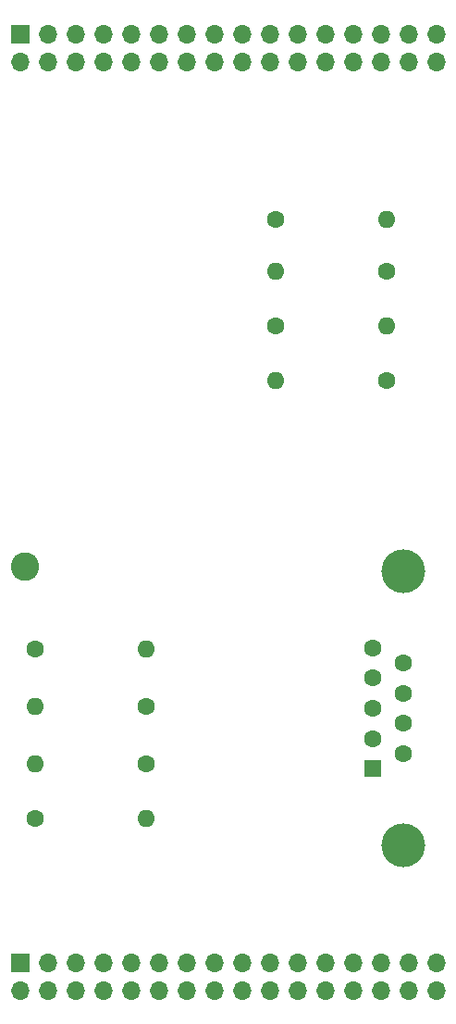
<source format=gbs>
G04 #@! TF.GenerationSoftware,KiCad,Pcbnew,8.0.7*
G04 #@! TF.CreationDate,2025-01-01T11:42:11-05:00*
G04 #@! TF.ProjectId,LauCameraTrigger_MimasA7,4c617543-616d-4657-9261-547269676765,rev?*
G04 #@! TF.SameCoordinates,Original*
G04 #@! TF.FileFunction,Soldermask,Bot*
G04 #@! TF.FilePolarity,Negative*
%FSLAX46Y46*%
G04 Gerber Fmt 4.6, Leading zero omitted, Abs format (unit mm)*
G04 Created by KiCad (PCBNEW 8.0.7) date 2025-01-01 11:42:11*
%MOMM*%
%LPD*%
G01*
G04 APERTURE LIST*
%ADD10C,2.600000*%
%ADD11C,1.600000*%
%ADD12O,1.600000X1.600000*%
%ADD13R,1.700000X1.700000*%
%ADD14O,1.700000X1.700000*%
%ADD15R,1.600000X1.600000*%
%ADD16C,4.000000*%
G04 APERTURE END LIST*
D10*
X53000000Y-100000000D03*
D11*
X53920000Y-123000000D03*
D12*
X64080000Y-123000000D03*
X64080000Y-107500000D03*
D11*
X53920000Y-107500000D03*
X86080000Y-73000000D03*
D12*
X75920000Y-73000000D03*
D11*
X86080000Y-83000000D03*
D12*
X75920000Y-83000000D03*
D11*
X64080000Y-112750000D03*
D12*
X53920000Y-112750000D03*
D11*
X75920000Y-68250000D03*
D12*
X86080000Y-68250000D03*
D11*
X75920000Y-78000000D03*
D12*
X86080000Y-78000000D03*
D11*
X64080000Y-118000000D03*
D12*
X53920000Y-118000000D03*
D13*
X52540000Y-136190000D03*
D14*
X52540000Y-138730000D03*
X55080000Y-136190000D03*
X55080000Y-138730000D03*
X57620000Y-136190000D03*
X57620000Y-138730000D03*
X60160000Y-136190000D03*
X60160000Y-138730000D03*
X62700000Y-136190000D03*
X62700000Y-138730000D03*
X65240000Y-136190000D03*
X65240000Y-138730000D03*
X67780000Y-136190000D03*
X67780000Y-138730000D03*
X70320000Y-136190000D03*
X70320000Y-138730000D03*
X72860000Y-136190000D03*
X72860000Y-138730000D03*
X75400000Y-136190000D03*
X75400000Y-138730000D03*
X77940000Y-136190000D03*
X77940000Y-138730000D03*
X80480000Y-136190000D03*
X80480000Y-138730000D03*
X83020000Y-136190000D03*
X83020000Y-138730000D03*
X85560000Y-136190000D03*
X85560000Y-138730000D03*
X88100000Y-136190000D03*
X88100000Y-138730000D03*
X90640000Y-136190000D03*
X90640000Y-138730000D03*
D13*
X52540000Y-51270000D03*
D14*
X52540000Y-53810000D03*
X55080000Y-51270000D03*
X55080000Y-53810000D03*
X57620000Y-51270000D03*
X57620000Y-53810000D03*
X60160000Y-51270000D03*
X60160000Y-53810000D03*
X62700000Y-51270000D03*
X62700000Y-53810000D03*
X65240000Y-51270000D03*
X65240000Y-53810000D03*
X67780000Y-51270000D03*
X67780000Y-53810000D03*
X70320000Y-51270000D03*
X70320000Y-53810000D03*
X72860000Y-51270000D03*
X72860000Y-53810000D03*
X75400000Y-51270000D03*
X75400000Y-53810000D03*
X77940000Y-51270000D03*
X77940000Y-53810000D03*
X80480000Y-51270000D03*
X80480000Y-53810000D03*
X83020000Y-51270000D03*
X83020000Y-53810000D03*
X85560000Y-51270000D03*
X85560000Y-53810000D03*
X88100000Y-51270000D03*
X88100000Y-53810000D03*
X90640000Y-51270000D03*
X90640000Y-53810000D03*
D11*
X87640000Y-108785000D03*
X87640000Y-111555000D03*
X87640000Y-114325000D03*
X87640000Y-117095000D03*
X84800000Y-107400000D03*
X84800000Y-110170000D03*
X84800000Y-112940000D03*
X84800000Y-115710000D03*
D15*
X84800000Y-118480000D03*
D16*
X87640000Y-100440000D03*
X87640000Y-125440000D03*
M02*

</source>
